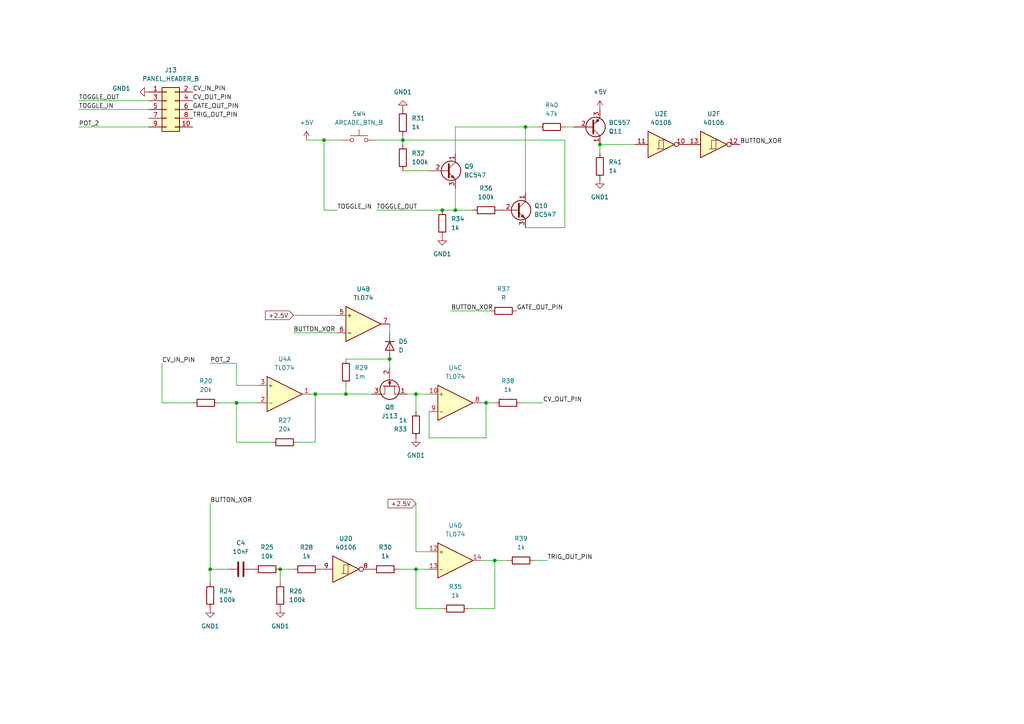
<source format=kicad_sch>
(kicad_sch (version 20231120) (generator "eeschema") (generator_version "8.0")
  (paper "A4")
  (lib_symbols
    (symbol "4xxx:40106" (pin_names (offset 1.016))
      (property "Reference" "U" (at 0 1.27 0))
      (property "Value" "40106" (at 0 -1.27 0))
      (symbol "40106_1_0"
        (polyline (pts (xy -0.635 -1.27) (xy -0.635 1.27) (xy 0.635 1.27)))
        (polyline (pts (xy -3.81 3.81) (xy -3.81 -3.81) (xy 3.81 0) (xy -3.81 3.81)) (stroke (width 0.254)) (fill (type background)))
        (polyline (pts (xy -1.27 -1.27) (xy 0.635 -1.27) (xy 0.635 1.27) (xy 1.27 1.27)))
        (pin input line (at -7.62 0 0) (length 3.81) (name "~") (number "1"))
        (pin output inverted (at 7.62 0 180) (length 3.81) (name "~") (number "2"))
      )
      (symbol "40106_2_0"
        (polyline (pts (xy -0.635 -1.27) (xy -0.635 1.27) (xy 0.635 1.27)))
        (polyline (pts (xy -3.81 3.81) (xy -3.81 -3.81) (xy 3.81 0) (xy -3.81 3.81)) (stroke (width 0.254)) (fill (type background)))
        (polyline (pts (xy -1.27 -1.27) (xy 0.635 -1.27) (xy 0.635 1.27) (xy 1.27 1.27)))
        (pin input line (at -7.62 0 0) (length 3.81) (name "~") (number "3"))
        (pin output inverted (at 7.62 0 180) (length 3.81) (name "~") (number "4"))
      )
      (symbol "40106_3_0"
        (polyline (pts (xy -0.635 -1.27) (xy -0.635 1.27) (xy 0.635 1.27)))
        (polyline (pts (xy -3.81 3.81) (xy -3.81 -3.81) (xy 3.81 0) (xy -3.81 3.81)) (stroke (width 0.254)) (fill (type background)))
        (polyline (pts (xy -1.27 -1.27) (xy 0.635 -1.27) (xy 0.635 1.27) (xy 1.27 1.27)))
        (pin input line (at -7.62 0 0) (length 3.81) (name "~") (number "5"))
        (pin output inverted (at 7.62 0 180) (length 3.81) (name "~") (number "6"))
      )
      (symbol "40106_4_0"
        (polyline (pts (xy -0.635 -1.27) (xy -0.635 1.27) (xy 0.635 1.27)))
        (polyline (pts (xy -3.81 3.81) (xy -3.81 -3.81) (xy 3.81 0) (xy -3.81 3.81)) (stroke (width 0.254)) (fill (type background)))
        (polyline (pts (xy -1.27 -1.27) (xy 0.635 -1.27) (xy 0.635 1.27) (xy 1.27 1.27)))
        (pin output inverted (at 7.62 0 180) (length 3.81) (name "~") (number "8"))
        (pin input line (at -7.62 0 0) (length 3.81) (name "~") (number "9"))
      )
      (symbol "40106_5_0"
        (polyline (pts (xy -0.635 -1.27) (xy -0.635 1.27) (xy 0.635 1.27)))
        (polyline (pts (xy -3.81 3.81) (xy -3.81 -3.81) (xy 3.81 0) (xy -3.81 3.81)) (stroke (width 0.254)) (fill (type background)))
        (polyline (pts (xy -1.27 -1.27) (xy 0.635 -1.27) (xy 0.635 1.27) (xy 1.27 1.27)))
        (pin output inverted (at 7.62 0 180) (length 3.81) (name "~") (number "10"))
        (pin input line (at -7.62 0 0) (length 3.81) (name "~") (number "11"))
      )
      (symbol "40106_6_0"
        (polyline (pts (xy -0.635 -1.27) (xy -0.635 1.27) (xy 0.635 1.27)))
        (polyline (pts (xy -3.81 3.81) (xy -3.81 -3.81) (xy 3.81 0) (xy -3.81 3.81)) (stroke (width 0.254)) (fill (type background)))
        (polyline (pts (xy -1.27 -1.27) (xy 0.635 -1.27) (xy 0.635 1.27) (xy 1.27 1.27)))
        (pin output inverted (at 7.62 0 180) (length 3.81) (name "~") (number "12"))
        (pin input line (at -7.62 0 0) (length 3.81) (name "~") (number "13"))
      )
      (symbol "40106_7_0"
        (pin power_in line (at 0 12.7 270) (length 5.08) (name "VDD") (number "14"))
        (pin power_in line (at 0 -12.7 90) (length 5.08) (name "VSS") (number "7"))
      )
      (symbol "40106_7_1"
        (rectangle (start -5.08 7.62) (end 5.08 -7.62) (stroke (width 0.254)) (fill (type background)))
      )
    )
    (symbol "Amplifier_Operational:TL074" (pin_names (offset 0.127))
      (property "Reference" "U" (at 0 5.08 0))
      (property "Value" "TL074" (at 0 -5.08 0))
      (symbol "TL074_1_1"
        (polyline (pts (xy -5.08 5.08) (xy 5.08 0) (xy -5.08 -5.08) (xy -5.08 5.08)) (stroke (width 0.254)) (fill (type background)))
        (pin output line (at 7.62 0 180) (length 2.54) (name "~") (number "1"))
        (pin input line (at -7.62 -2.54 0) (length 2.54) (name "-") (number "2"))
        (pin input line (at -7.62 2.54 0) (length 2.54) (name "+") (number "3"))
      )
      (symbol "TL074_2_1"
        (polyline (pts (xy -5.08 5.08) (xy 5.08 0) (xy -5.08 -5.08) (xy -5.08 5.08)) (stroke (width 0.254)) (fill (type background)))
        (pin input line (at -7.62 2.54 0) (length 2.54) (name "+") (number "5"))
        (pin input line (at -7.62 -2.54 0) (length 2.54) (name "-") (number "6"))
        (pin output line (at 7.62 0 180) (length 2.54) (name "~") (number "7"))
      )
      (symbol "TL074_3_1"
        (polyline (pts (xy -5.08 5.08) (xy 5.08 0) (xy -5.08 -5.08) (xy -5.08 5.08)) (stroke (width 0.254)) (fill (type background)))
        (pin input line (at -7.62 2.54 0) (length 2.54) (name "+") (number "10"))
        (pin output line (at 7.62 0 180) (length 2.54) (name "~") (number "8"))
        (pin input line (at -7.62 -2.54 0) (length 2.54) (name "-") (number "9"))
      )
      (symbol "TL074_4_1"
        (polyline (pts (xy -5.08 5.08) (xy 5.08 0) (xy -5.08 -5.08) (xy -5.08 5.08)) (stroke (width 0.254)) (fill (type background)))
        (pin input line (at -7.62 2.54 0) (length 2.54) (name "+") (number "12"))
        (pin input line (at -7.62 -2.54 0) (length 2.54) (name "-") (number "13"))
        (pin output line (at 7.62 0 180) (length 2.54) (name "~") (number "14"))
      )
      (symbol "TL074_5_1"
        (pin power_in line (at -2.54 -7.62 90) (length 3.81) (name "V-") (number "11"))
        (pin power_in line (at -2.54 7.62 270) (length 3.81) (name "V+") (number "4"))
      )
    )
    (symbol "Connector_Generic:Conn_02x05_Odd_Even" (pin_names (offset 1.016) hide)
      (property "Reference" "J" (at 1.27 7.62 0))
      (property "Value" "Conn_02x05_Odd_Even" (at 1.27 -7.62 0))
      (symbol "Conn_02x05_Odd_Even_1_1"
        (rectangle (start -1.27 -4.953) (end 0 -5.207) (stroke (width 0.1524)))
        (rectangle (start -1.27 -2.413) (end 0 -2.667) (stroke (width 0.1524)))
        (rectangle (start -1.27 0.127) (end 0 -0.127) (stroke (width 0.1524)))
        (rectangle (start -1.27 2.667) (end 0 2.413) (stroke (width 0.1524)))
        (rectangle (start -1.27 5.207) (end 0 4.953) (stroke (width 0.1524)))
        (rectangle (start -1.27 6.35) (end 3.81 -6.35) (stroke (width 0.254)) (fill (type background)))
        (rectangle (start 3.81 -4.953) (end 2.54 -5.207) (stroke (width 0.1524)))
        (rectangle (start 3.81 -2.413) (end 2.54 -2.667) (stroke (width 0.1524)))
        (rectangle (start 3.81 0.127) (end 2.54 -0.127) (stroke (width 0.1524)))
        (rectangle (start 3.81 2.667) (end 2.54 2.413) (stroke (width 0.1524)))
        (rectangle (start 3.81 5.207) (end 2.54 4.953) (stroke (width 0.1524)))
        (pin passive line (at -5.08 5.08 0) (length 3.81) (name "Pin_1") (number "1"))
        (pin passive line (at 7.62 -5.08 180) (length 3.81) (name "Pin_10") (number "10"))
        (pin passive line (at 7.62 5.08 180) (length 3.81) (name "Pin_2") (number "2"))
        (pin passive line (at -5.08 2.54 0) (length 3.81) (name "Pin_3") (number "3"))
        (pin passive line (at 7.62 2.54 180) (length 3.81) (name "Pin_4") (number "4"))
        (pin passive line (at -5.08 0 0) (length 3.81) (name "Pin_5") (number "5"))
        (pin passive line (at 7.62 0 180) (length 3.81) (name "Pin_6") (number "6"))
        (pin passive line (at -5.08 -2.54 0) (length 3.81) (name "Pin_7") (number "7"))
        (pin passive line (at 7.62 -2.54 180) (length 3.81) (name "Pin_8") (number "8"))
        (pin passive line (at -5.08 -5.08 0) (length 3.81) (name "Pin_9") (number "9"))
      )
    )
    (symbol "Device:C" (pin_numbers hide) (pin_names (offset 0.254))
      (property "Reference" "C" (at 0.635 2.54 0))
      (property "Value" "C" (at 0.635 -2.54 0))
      (symbol "C_0_1"
        (polyline (pts (xy -2.032 -0.762) (xy 2.032 -0.762)) (stroke (width 0.508)))
        (polyline (pts (xy -2.032 0.762) (xy 2.032 0.762)) (stroke (width 0.508)))
      )
      (symbol "C_1_1"
        (pin passive line (at 0 3.81 270) (length 2.794) (name "~") (number "1"))
        (pin passive line (at 0 -3.81 90) (length 2.794) (name "~") (number "2"))
      )
    )
    (symbol "Device:D" (pin_numbers hide) (pin_names (offset 1.016) hide)
      (property "Reference" "D" (at 0 2.54 0))
      (property "Value" "D" (at 0 -2.54 0))
      (symbol "D_0_1"
        (polyline (pts (xy -1.27 1.27) (xy -1.27 -1.27)) (stroke (width 0.254)))
        (polyline (pts (xy 1.27 0) (xy -1.27 0)))
        (polyline (pts (xy 1.27 1.27) (xy 1.27 -1.27) (xy -1.27 0) (xy 1.27 1.27)) (stroke (width 0.254)))
      )
      (symbol "D_1_1"
        (pin passive line (at -3.81 0 0) (length 2.54) (name "K") (number "1"))
        (pin passive line (at 3.81 0 180) (length 2.54) (name "A") (number "2"))
      )
    )
    (symbol "Device:R" (pin_numbers hide) (pin_names (offset 0))
      (property "Reference" "R" (at 2.032 0 90))
      (property "Value" "R" (at 0 0 90))
      (symbol "R_0_1"
        (rectangle (start -1.016 -2.54) (end 1.016 2.54) (stroke (width 0.254)))
      )
      (symbol "R_1_1"
        (pin passive line (at 0 3.81 270) (length 1.27) (name "~") (number "1"))
        (pin passive line (at 0 -3.81 90) (length 1.27) (name "~") (number "2"))
      )
    )
    (symbol "Switch:SW_Push" (pin_numbers hide) (pin_names (offset 1.016) hide)
      (property "Reference" "SW" (at 1.27 2.54 0))
      (property "Value" "SW_Push" (at 0 -1.524 0))
      (symbol "SW_Push_0_1"
        (circle (center -2.032 0) (radius 0.508))
        (polyline (pts (xy 0 1.27) (xy 0 3.048)))
        (polyline (pts (xy 2.54 1.27) (xy -2.54 1.27)))
        (circle (center 2.032 0) (radius 0.508))
        (pin passive line (at -5.08 0 0) (length 2.54) (name "1") (number "1"))
        (pin passive line (at 5.08 0 180) (length 2.54) (name "2") (number "2"))
      )
    )
    (symbol "Transistor_BJT:BC547" (pin_names (offset 0) hide)
      (property "Reference" "Q" (at 5.08 1.905 0))
      (property "Value" "BC547" (at 5.08 0 0))
      (symbol "BC547_0_1"
        (polyline (pts (xy 0 0) (xy 0.635 0)))
        (polyline (pts (xy 0.635 0.635) (xy 2.54 2.54)))
        (polyline (pts (xy 0.635 -0.635) (xy 2.54 -2.54) (xy 2.54 -2.54)))
        (polyline (pts (xy 0.635 1.905) (xy 0.635 -1.905) (xy 0.635 -1.905)) (stroke (width 0.508)))
        (polyline (pts (xy 1.27 -1.778) (xy 1.778 -1.27) (xy 2.286 -2.286) (xy 1.27 -1.778) (xy 1.27 -1.778)) (fill (type outline)))
        (circle (center 1.27 0) (radius 2.8194) (stroke (width 0.254)))
      )
      (symbol "BC547_1_1"
        (pin passive line (at 2.54 5.08 270) (length 2.54) (name "C") (number "1"))
        (pin input line (at -5.08 0 0) (length 5.08) (name "B") (number "2"))
        (pin passive line (at 2.54 -5.08 90) (length 2.54) (name "E") (number "3"))
      )
    )
    (symbol "Transistor_BJT:BC557" (pin_names (offset 0) hide)
      (property "Reference" "Q" (at 5.08 1.905 0))
      (property "Value" "BC557" (at 5.08 0 0))
      (symbol "BC557_0_1"
        (polyline (pts (xy 0.635 0.635) (xy 2.54 2.54)))
        (polyline (pts (xy 0.635 -0.635) (xy 2.54 -2.54) (xy 2.54 -2.54)))
        (polyline (pts (xy 0.635 1.905) (xy 0.635 -1.905) (xy 0.635 -1.905)) (stroke (width 0.508)))
        (polyline (pts (xy 2.286 -1.778) (xy 1.778 -2.286) (xy 1.27 -1.27) (xy 2.286 -1.778) (xy 2.286 -1.778)) (fill (type outline)))
        (circle (center 1.27 0) (radius 2.8194) (stroke (width 0.254)))
      )
      (symbol "BC557_1_1"
        (pin passive line (at 2.54 5.08 270) (length 2.54) (name "C") (number "1"))
        (pin input line (at -5.08 0 0) (length 5.715) (name "B") (number "2"))
        (pin passive line (at 2.54 -5.08 90) (length 2.54) (name "E") (number "3"))
      )
    )
    (symbol "Transistor_FET:2N3819" (pin_names hide)
      (property "Reference" "Q" (at 5.08 1.905 0))
      (property "Value" "2N3819" (at 5.08 0 0))
      (symbol "2N3819_0_1"
        (polyline (pts (xy 0.254 0) (xy -2.54 0)))
        (polyline (pts (xy 0.254 1.905) (xy 0.254 -1.905)) (stroke (width 0.254)))
        (polyline (pts (xy 2.54 -2.54) (xy 2.54 -1.397) (xy 0.254 -1.397)))
        (polyline (pts (xy 2.54 2.54) (xy 2.54 1.397) (xy 0.254 1.397)))
        (polyline (pts (xy 0 0) (xy -1.016 0.381) (xy -1.016 -0.381) (xy 0 0)) (fill (type outline)))
        (circle (center 1.27 0) (radius 2.8194) (stroke (width 0.254)))
      )
      (symbol "2N3819_1_1"
        (pin passive line (at 2.54 5.08 270) (length 2.54) (name "D") (number "1"))
        (pin input line (at -5.08 0 0) (length 2.54) (name "G") (number "2"))
        (pin passive line (at 2.54 -5.08 90) (length 2.54) (name "S") (number "3"))
      )
    )
    (symbol "power:+5V" (power) (pin_numbers hide) (pin_names (offset 0) hide)
      (property "Value" "+5V" (at 0 3.556 0))
      (symbol "+5V_0_1"
        (polyline (pts (xy -0.762 1.27) (xy 0 2.54)))
        (polyline (pts (xy 0 0) (xy 0 2.54)))
        (polyline (pts (xy 0 2.54) (xy 0.762 1.27)))
      )
      (symbol "+5V_1_1"
        (pin power_in line (at 0 0 90) (length 0) (name "~") (number "1"))
      )
    )
    (symbol "power:GND1" (power) (pin_numbers hide) (pin_names (offset 0) hide)
      (property "Value" "GND1" (at 0 -3.81 0))
      (symbol "GND1_0_1"
        (polyline (pts (xy 0 0) (xy 0 -1.27) (xy 1.27 -1.27) (xy 0 -2.54) (xy -1.27 -1.27) (xy 0 -1.27)))
      )
      (symbol "GND1_1_1"
        (pin power_in line (at 0 0 270) (length 0) (name "~") (number "1"))
      )
    )
  )
  (junction (at 120.65 114.3))
  (junction (at 60.96 165.1))
  (junction (at 91.44 114.3))
  (junction (at 68.58 116.84))
  (junction (at 120.65 165.1))
  (junction (at 173.99 41.91))
  (junction (at 100.33 114.3))
  (junction (at 116.84 40.64))
  (junction (at 81.28 165.1))
  (junction (at 152.4 36.83))
  (junction (at 113.03 104.14))
  (junction (at 140.97 116.84))
  (junction (at 128.27 60.96))
  (junction (at 132.08 60.96))
  (junction (at 93.98 40.64))
  (junction (at 143.51 162.56))
  (wire (pts (xy 135.89 176.53) (xy 143.51 176.53)))
  (wire (pts (xy 100.33 104.14) (xy 113.03 104.14)))
  (wire (pts (xy 140.97 127) (xy 140.97 116.84)))
  (wire (pts (xy 143.51 162.56) (xy 147.32 162.56)))
  (wire (pts (xy 163.83 66.04) (xy 163.83 40.64)))
  (wire (pts (xy 60.96 105.41) (xy 68.58 105.41)))
  (wire (pts (xy 120.65 119.38) (xy 120.65 114.3)))
  (wire (pts (xy 152.4 36.83) (xy 132.08 36.83)))
  (wire (pts (xy 130.81 90.17) (xy 142.24 90.17)))
  (wire (pts (xy 91.44 128.27) (xy 91.44 114.3)))
  (wire (pts (xy 128.27 60.96) (xy 132.08 60.96)))
  (wire (pts (xy 143.51 176.53) (xy 143.51 162.56)))
  (wire (pts (xy 60.96 165.1) (xy 66.04 165.1)))
  (wire (pts (xy 46.99 116.84) (xy 55.88 116.84)))
  (wire (pts (xy 81.28 165.1) (xy 85.09 165.1)))
  (wire (pts (xy 132.08 36.83) (xy 132.08 44.45)))
  (wire (pts (xy 151.13 116.84) (xy 157.48 116.84)))
  (wire (pts (xy 156.21 36.83) (xy 152.4 36.83)))
  (wire (pts (xy 152.4 66.04) (xy 163.83 66.04)))
  (wire (pts (xy 46.99 105.41) (xy 46.99 116.84)))
  (wire (pts (xy 22.86 31.75) (xy 43.18 31.75)))
  (wire (pts (xy 100.33 114.3) (xy 107.95 114.3)))
  (wire (pts (xy 120.65 160.02) (xy 124.46 160.02)))
  (wire (pts (xy 124.46 119.38) (xy 124.46 127)))
  (wire (pts (xy 118.11 114.3) (xy 120.65 114.3)))
  (wire (pts (xy 173.99 44.45) (xy 173.99 41.91)))
  (wire (pts (xy 68.58 116.84) (xy 74.93 116.84)))
  (wire (pts (xy 116.84 40.64) (xy 116.84 41.91)))
  (wire (pts (xy 90.17 114.3) (xy 91.44 114.3)))
  (wire (pts (xy 132.08 60.96) (xy 137.16 60.96)))
  (wire (pts (xy 68.58 111.76) (xy 74.93 111.76)))
  (wire (pts (xy 113.03 93.98) (xy 113.03 96.52)))
  (wire (pts (xy 85.09 91.44) (xy 97.79 91.44)))
  (wire (pts (xy 132.08 54.61) (xy 132.08 60.96)))
  (wire (pts (xy 88.9 40.64) (xy 93.98 40.64)))
  (wire (pts (xy 184.15 41.91) (xy 173.99 41.91)))
  (wire (pts (xy 109.22 40.64) (xy 116.84 40.64)))
  (wire (pts (xy 152.4 55.88) (xy 152.4 36.83)))
  (wire (pts (xy 68.58 105.41) (xy 68.58 111.76)))
  (wire (pts (xy 120.65 165.1) (xy 124.46 165.1)))
  (wire (pts (xy 116.84 39.37) (xy 116.84 40.64)))
  (wire (pts (xy 116.84 40.64) (xy 163.83 40.64)))
  (wire (pts (xy 22.86 36.83) (xy 43.18 36.83)))
  (wire (pts (xy 93.98 40.64) (xy 93.98 60.96)))
  (wire (pts (xy 139.7 162.56) (xy 143.51 162.56)))
  (wire (pts (xy 78.74 128.27) (xy 68.58 128.27)))
  (wire (pts (xy 163.83 36.83) (xy 166.37 36.83)))
  (wire (pts (xy 120.65 146.05) (xy 120.65 160.02)))
  (wire (pts (xy 93.98 40.64) (xy 99.06 40.64)))
  (wire (pts (xy 113.03 104.14) (xy 113.03 106.68)))
  (wire (pts (xy 60.96 168.91) (xy 60.96 165.1)))
  (wire (pts (xy 91.44 114.3) (xy 100.33 114.3)))
  (wire (pts (xy 22.86 29.21) (xy 43.18 29.21)))
  (wire (pts (xy 115.57 165.1) (xy 120.65 165.1)))
  (wire (pts (xy 60.96 146.05) (xy 60.96 165.1)))
  (wire (pts (xy 109.22 60.96) (xy 128.27 60.96)))
  (wire (pts (xy 85.09 96.52) (xy 97.79 96.52)))
  (wire (pts (xy 100.33 111.76) (xy 100.33 114.3)))
  (wire (pts (xy 86.36 128.27) (xy 91.44 128.27)))
  (wire (pts (xy 120.65 114.3) (xy 124.46 114.3)))
  (wire (pts (xy 63.5 116.84) (xy 68.58 116.84)))
  (wire (pts (xy 81.28 165.1) (xy 81.28 168.91)))
  (wire (pts (xy 120.65 165.1) (xy 120.65 176.53)))
  (wire (pts (xy 154.94 162.56) (xy 158.75 162.56)))
  (wire (pts (xy 116.84 49.53) (xy 124.46 49.53)))
  (wire (pts (xy 97.79 60.96) (xy 93.98 60.96)))
  (wire (pts (xy 124.46 127) (xy 140.97 127)))
  (wire (pts (xy 68.58 128.27) (xy 68.58 116.84)))
  (wire (pts (xy 128.27 176.53) (xy 120.65 176.53)))
  (wire (pts (xy 143.51 116.84) (xy 140.97 116.84)))
  (wire (pts (xy 140.97 116.84) (xy 139.7 116.84)))
  (label "BUTTON_XOR" (at 60.96 146.05 0))
  (label "POT_2" (at 60.96 105.41 0))
  (label "GATE_OUT_PIN" (at 149.86 90.17 0))
  (label "GATE_OUT_PIN" (at 55.88 31.75 0))
  (label "TOGGLE_IN" (at 22.86 31.75 0))
  (label "CV_OUT_PIN" (at 55.88 29.21 0))
  (label "TRIG_OUT_PIN" (at 55.88 34.29 0))
  (label "TOGGLE_IN" (at 97.79 60.96 0))
  (label "TRIG_OUT_PIN" (at 158.75 162.56 0))
  (label "BUTTON_XOR" (at 214.63 41.91 0))
  (label "BUTTON_XOR" (at 130.81 90.17 0))
  (label "CV_IN_PIN" (at 46.99 105.41 0))
  (label "BUTTON_XOR" (at 85.09 96.52 0))
  (label "POT_2" (at 22.86 36.83 0))
  (label "TOGGLE_OUT" (at 109.22 60.96 0))
  (label "TOGGLE_OUT" (at 22.86 29.21 0))
  (label "CV_IN_PIN" (at 55.88 26.67 0))
  (label "CV_OUT_PIN" (at 157.48 116.84 0))
  (global_label "+2.5V" (shape input) (at 85.09 91.44 180) (property "Intersheetrefs" "${INTERSHEET_REFS}" (effects (hide yes))))
  (global_label "+2.5V" (shape input) (at 120.65 146.05 180) (property "Intersheetrefs" "${INTERSHEET_REFS}" (effects (hide yes))))
  (symbol (lib_id "4xxx:40106") (at 191.77 41.91 0) (unit 5)
    (property "Reference" "U2" (at 191.77 33.02 0))
    (property "Value" "40106" (at 191.77 35.56 0))
    (property "Footprint" "Package_DIP:DIP-14_W7.62mm_Socket" (effects (hide yes)))
    (property "Datasheet" "https://assets.nexperia.com/documents/data-sheet/HEF40106B.pdf" (effects (hide yes)))
    (property "Description" "Hex Schmitt trigger inverter" (effects (hide yes)))
  )
  (symbol (lib_id "Device:R") (at 116.84 45.72 0) (unit 1)
    (property "Reference" "R32" (at 119.38 44.4499 0) (effects (justify left)))
    (property "Value" "100k" (at 119.38 46.9899 0) (effects (justify left)))
    (property "Footprint" "PCM_4ms_Resistor:R_Axial_DIN0207_L6.3mm_D2.5mm_P7.62mm_Horizontal" (effects (hide yes)))
    (property "Description" "Resistor" (effects (hide yes)))
  )
  (symbol (lib_id "Device:D") (at 113.03 100.33 270) (unit 1)
    (property "Reference" "D5" (at 115.57 99.0599 90) (effects (justify left)))
    (property "Value" "D" (at 115.57 101.5999 90) (effects (justify left)))
    (property "Footprint" "PCM_4ms_Diode:D_DO-35_P7.62mm_Horizontal" (effects (hide yes)))
    (property "Description" "Diode" (effects (hide yes)))
    (property "Sim.Device" "D" (effects (hide yes)))
    (property "Sim.Pins" "1=K 2=A" (effects (hide yes)))
  )
  (symbol (lib_id "Device:R") (at 82.55 128.27 90) (unit 1)
    (property "Reference" "R27" (at 82.55 121.92 90))
    (property "Value" "20k" (at 82.55 124.46 90))
    (property "Footprint" "PCM_4ms_Resistor:R_Axial_DIN0207_L6.3mm_D2.5mm_P7.62mm_Horizontal" (effects (hide yes)))
    (property "Description" "Resistor" (effects (hide yes)))
  )
  (symbol (lib_id "Transistor_FET:2N3819") (at 113.03 111.76 270) (unit 1)
    (property "Reference" "Q8" (at 113.03 118.11 90))
    (property "Value" "J113" (at 113.03 120.65 90))
    (property "Footprint" "Package_TO_SOT_THT:TO-92" (effects (hide yes)))
    (property "Datasheet" "https://my.centralsemi.com/datasheets/2N3819.PDF" (effects (hide yes)))
    (property "Description" "20mA Id, 25V Vgs, N-Channel JFET Transistor, TO-92" (effects (hide yes)))
  )
  (symbol (lib_id "Amplifier_Operational:TL074") (at 105.41 93.98 0) (unit 2)
    (property "Reference" "U4" (at 105.41 83.82 0))
    (property "Value" "TL074" (at 105.41 86.36 0))
    (property "Footprint" "Package_DIP:DIP-14_W7.62mm_Socket" (effects (hide yes)))
    (property "Datasheet" "http://www.ti.com/lit/ds/symlink/tl071.pdf" (effects (hide yes)))
    (property "Description" "Quad Low-Noise JFET-Input Operational Amplifiers, DIP-14/SOIC-14" (effects (hide yes)))
  )
  (symbol (lib_id "Device:R") (at 111.76 165.1 90) (unit 1)
    (property "Reference" "R30" (at 111.76 158.75 90))
    (property "Value" "1k" (at 111.76 161.29 90))
    (property "Footprint" "PCM_4ms_Resistor:R_Axial_DIN0207_L6.3mm_D2.5mm_P7.62mm_Horizontal" (effects (hide yes)))
    (property "Description" "Resistor" (effects (hide yes)))
  )
  (symbol (lib_id "Device:R") (at 146.05 90.17 90) (unit 1)
    (property "Reference" "R37" (at 146.05 83.82 90))
    (property "Value" "R" (at 146.05 86.36 90))
    (property "Footprint" "PCM_4ms_Resistor:R_Axial_DIN0207_L6.3mm_D2.5mm_P7.62mm_Horizontal" (effects (hide yes)))
    (property "Description" "Resistor" (effects (hide yes)))
  )
  (symbol (lib_id "power:GND1") (at 116.84 31.75 180) (unit 1)
    (property "Reference" "#PWR043" (effects (hide yes)))
    (property "Value" "GND1" (at 116.84 26.67 0))
    (property "Description" "Power symbol creates a global label with name \"GND1\" , ground" (effects (hide yes)))
  )
  (symbol (lib_id "Device:R") (at 81.28 172.72 180) (unit 1)
    (property "Reference" "R26" (at 83.82 171.4499 0) (effects (justify right)))
    (property "Value" "100k" (at 83.82 173.9899 0) (effects (justify right)))
    (property "Footprint" "PCM_4ms_Resistor:R_Axial_DIN0207_L6.3mm_D2.5mm_P7.62mm_Horizontal" (effects (hide yes)))
    (property "Description" "Resistor" (effects (hide yes)))
  )
  (symbol (lib_id "Transistor_BJT:BC547") (at 129.54 49.53 0) (unit 1)
    (property "Reference" "Q9" (at 134.62 48.2599 0) (effects (justify left)))
    (property "Value" "BC547" (at 134.62 50.7999 0) (effects (justify left)))
    (property "Footprint" "Package_TO_SOT_THT:TO-92_Inline" (effects (hide yes)))
    (property "Datasheet" "https://www.onsemi.com/pub/Collateral/BC550-D.pdf" (effects (hide yes)))
    (property "Description" "0.1A Ic, 45V Vce, Small Signal NPN Transistor, TO-92" (effects (hide yes)))
  )
  (symbol (lib_id "Amplifier_Operational:TL074") (at 82.55 114.3 0) (unit 1)
    (property "Reference" "U4" (at 82.55 104.14 0))
    (property "Value" "TL074" (at 82.55 106.68 0))
    (property "Footprint" "Package_DIP:DIP-14_W7.62mm_Socket" (effects (hide yes)))
    (property "Datasheet" "http://www.ti.com/lit/ds/symlink/tl071.pdf" (effects (hide yes)))
    (property "Description" "Quad Low-Noise JFET-Input Operational Amplifiers, DIP-14/SOIC-14" (effects (hide yes)))
  )
  (symbol (lib_id "Transistor_BJT:BC557") (at 171.45 36.83 0) (mirror x) (unit 1)
    (property "Reference" "Q11" (at 176.53 38.1001 0) (effects (justify left)))
    (property "Value" "BC557" (at 176.53 35.5601 0) (effects (justify left)))
    (property "Footprint" "Package_TO_SOT_THT:TO-92_Inline" (effects (hide yes)))
    (property "Datasheet" "https://www.onsemi.com/pub/Collateral/BC556BTA-D.pdf" (effects (hide yes)))
    (property "Description" "0.1A Ic, 45V Vce, PNP Small Signal Transistor, TO-92" (effects (hide yes)))
  )
  (symbol (lib_id "Device:R") (at 77.47 165.1 90) (unit 1)
    (property "Reference" "R25" (at 77.47 158.75 90))
    (property "Value" "10k" (at 77.47 161.29 90))
    (property "Footprint" "PCM_4ms_Resistor:R_Axial_DIN0207_L6.3mm_D2.5mm_P7.62mm_Horizontal" (effects (hide yes)))
    (property "Description" "Resistor" (effects (hide yes)))
  )
  (symbol (lib_id "power:GND1") (at 120.65 127 0) (unit 1)
    (property "Reference" "#PWR044" (effects (hide yes)))
    (property "Value" "GND1" (at 120.65 132.08 0))
    (property "Description" "Power symbol creates a global label with name \"GND1\" , ground" (effects (hide yes)))
  )
  (symbol (lib_id "Device:R") (at 151.13 162.56 90) (unit 1)
    (property "Reference" "R39" (at 151.13 156.21 90))
    (property "Value" "1k" (at 151.13 158.75 90))
    (property "Footprint" "PCM_4ms_Resistor:R_Axial_DIN0207_L6.3mm_D2.5mm_P7.62mm_Horizontal" (effects (hide yes)))
    (property "Description" "Resistor" (effects (hide yes)))
  )
  (symbol (lib_id "power:+5V") (at 173.99 31.75 0) (unit 1)
    (property "Reference" "#PWR046" (effects (hide yes)))
    (property "Value" "+5V" (at 173.99 26.67 0))
    (property "Description" "Power symbol creates a global label with name \"+5V\"" (effects (hide yes)))
  )
  (symbol (lib_id "Device:R") (at 100.33 107.95 180) (unit 1)
    (property "Reference" "R29" (at 102.87 106.6799 0) (effects (justify right)))
    (property "Value" "1m" (at 102.87 109.2199 0) (effects (justify right)))
    (property "Footprint" "PCM_4ms_Resistor:R_Axial_DIN0207_L6.3mm_D2.5mm_P7.62mm_Horizontal" (effects (hide yes)))
    (property "Description" "Resistor" (effects (hide yes)))
  )
  (symbol (lib_id "Switch:SW_Push") (at 104.14 40.64 0) (unit 1)
    (property "Reference" "SW4" (at 104.14 33.02 0))
    (property "Value" "ARCADE_BTN_B" (at 104.14 35.56 0))
    (property "Footprint" "Connector_PinHeader_2.54mm:PinHeader_1x02_P2.54mm_Horizontal" (effects (hide yes)))
    (property "Description" "Push button switch, generic, two pins" (effects (hide yes)))
  )
  (symbol (lib_id "Connector_Generic:Conn_02x05_Odd_Even") (at 48.26 31.75 0) (unit 1)
    (property "Reference" "J13" (at 49.53 20.32 0))
    (property "Value" "PANEL_HEADER_B" (at 49.53 22.86 0))
    (property "Footprint" "Connector_PinHeader_2.54mm:PinHeader_2x05_P2.54mm_Vertical" (effects (hide yes)))
    (property "Description" "Generic connector, double row, 02x05, odd/even pin numbering scheme (row 1 odd numbers, row 2 even numbers), script generated (kicad-library-utils/schlib/autogen/connector/)" (effects (hide yes)))
  )
  (symbol (lib_id "4xxx:40106") (at 100.33 165.1 0) (unit 4)
    (property "Reference" "U2" (at 100.33 156.21 0))
    (property "Value" "40106" (at 100.33 158.75 0))
    (property "Footprint" "Package_DIP:DIP-14_W7.62mm_Socket" (effects (hide yes)))
    (property "Datasheet" "https://assets.nexperia.com/documents/data-sheet/HEF40106B.pdf" (effects (hide yes)))
    (property "Description" "Hex Schmitt trigger inverter" (effects (hide yes)))
  )
  (symbol (lib_id "power:+5V") (at 88.9 40.64 0) (unit 1)
    (property "Reference" "#PWR042" (effects (hide yes)))
    (property "Value" "+5V" (at 88.9 35.56 0))
    (property "Description" "Power symbol creates a global label with name \"+5V\"" (effects (hide yes)))
  )
  (symbol (lib_id "Amplifier_Operational:TL074") (at 132.08 162.56 0) (unit 4)
    (property "Reference" "U4" (at 132.08 152.4 0))
    (property "Value" "TL074" (at 132.08 154.94 0))
    (property "Footprint" "Package_DIP:DIP-14_W7.62mm_Socket" (effects (hide yes)))
    (property "Datasheet" "http://www.ti.com/lit/ds/symlink/tl071.pdf" (effects (hide yes)))
    (property "Description" "Quad Low-Noise JFET-Input Operational Amplifiers, DIP-14/SOIC-14" (effects (hide yes)))
  )
  (symbol (lib_id "Device:R") (at 160.02 36.83 90) (unit 1)
    (property "Reference" "R40" (at 160.02 30.48 90))
    (property "Value" "47k" (at 160.02 33.02 90))
    (property "Footprint" "PCM_4ms_Resistor:R_Axial_DIN0207_L6.3mm_D2.5mm_P7.62mm_Horizontal" (effects (hide yes)))
    (property "Description" "Resistor" (effects (hide yes)))
  )
  (symbol (lib_id "power:GND1") (at 81.28 176.53 0) (unit 1)
    (property "Reference" "#PWR041" (effects (hide yes)))
    (property "Value" "GND1" (at 81.28 181.61 0))
    (property "Description" "Power symbol creates a global label with name \"GND1\" , ground" (effects (hide yes)))
  )
  (symbol (lib_id "Transistor_BJT:BC547") (at 149.86 60.96 0) (unit 1)
    (property "Reference" "Q10" (at 154.94 59.6899 0) (effects (justify left)))
    (property "Value" "BC547" (at 154.94 62.2299 0) (effects (justify left)))
    (property "Footprint" "Package_TO_SOT_THT:TO-92_Inline" (effects (hide yes)))
    (property "Datasheet" "https://www.onsemi.com/pub/Collateral/BC550-D.pdf" (effects (hide yes)))
    (property "Description" "0.1A Ic, 45V Vce, Small Signal NPN Transistor, TO-92" (effects (hide yes)))
  )
  (symbol (lib_id "Amplifier_Operational:TL074") (at 132.08 116.84 0) (unit 3)
    (property "Reference" "U4" (at 132.08 106.68 0))
    (property "Value" "TL074" (at 132.08 109.22 0))
    (property "Footprint" "Package_DIP:DIP-14_W7.62mm_Socket" (effects (hide yes)))
    (property "Datasheet" "http://www.ti.com/lit/ds/symlink/tl071.pdf" (effects (hide yes)))
    (property "Description" "Quad Low-Noise JFET-Input Operational Amplifiers, DIP-14/SOIC-14" (effects (hide yes)))
  )
  (symbol (lib_id "power:GND1") (at 60.96 176.53 0) (unit 1)
    (property "Reference" "#PWR040" (effects (hide yes)))
    (property "Value" "GND1" (at 60.96 181.61 0))
    (property "Description" "Power symbol creates a global label with name \"GND1\" , ground" (effects (hide yes)))
  )
  (symbol (lib_id "power:GND1") (at 43.18 26.67 270) (unit 1)
    (property "Reference" "#PWR019" (effects (hide yes)))
    (property "Value" "GND1" (at 37.846 25.654 90) (effects (justify right)))
    (property "Description" "Power symbol creates a global label with name \"GND1\" , ground" (effects (hide yes)))
  )
  (symbol (lib_id "Device:R") (at 140.97 60.96 90) (unit 1)
    (property "Reference" "R36" (at 140.97 54.61 90))
    (property "Value" "100k" (at 140.97 57.15 90))
    (property "Footprint" "PCM_4ms_Resistor:R_Axial_DIN0207_L6.3mm_D2.5mm_P7.62mm_Horizontal" (effects (hide yes)))
    (property "Description" "Resistor" (effects (hide yes)))
  )
  (symbol (lib_id "Device:R") (at 132.08 176.53 90) (unit 1)
    (property "Reference" "R35" (at 132.08 170.18 90))
    (property "Value" "1k" (at 132.08 172.72 90))
    (property "Footprint" "PCM_4ms_Resistor:R_Axial_DIN0207_L6.3mm_D2.5mm_P7.62mm_Horizontal" (effects (hide yes)))
    (property "Description" "Resistor" (effects (hide yes)))
  )
  (symbol (lib_id "Device:R") (at 128.27 64.77 0) (unit 1)
    (property "Reference" "R34" (at 130.81 63.4999 0) (effects (justify left)))
    (property "Value" "1k" (at 130.81 66.0399 0) (effects (justify left)))
    (property "Footprint" "PCM_4ms_Resistor:R_Axial_DIN0207_L6.3mm_D2.5mm_P7.62mm_Horizontal" (effects (hide yes)))
    (property "Description" "Resistor" (effects (hide yes)))
  )
  (symbol (lib_id "Device:R") (at 116.84 35.56 0) (unit 1)
    (property "Reference" "R31" (at 119.38 34.2899 0) (effects (justify left)))
    (property "Value" "1k" (at 119.38 36.8299 0) (effects (justify left)))
    (property "Footprint" "PCM_4ms_Resistor:R_Axial_DIN0207_L6.3mm_D2.5mm_P7.62mm_Horizontal" (effects (hide yes)))
    (property "Description" "Resistor" (effects (hide yes)))
  )
  (symbol (lib_id "4xxx:40106") (at 207.01 41.91 0) (unit 6)
    (property "Reference" "U2" (at 207.01 33.02 0))
    (property "Value" "40106" (at 207.01 35.56 0))
    (property "Footprint" "Package_DIP:DIP-14_W7.62mm_Socket" (effects (hide yes)))
    (property "Datasheet" "https://assets.nexperia.com/documents/data-sheet/HEF40106B.pdf" (effects (hide yes)))
    (property "Description" "Hex Schmitt trigger inverter" (effects (hide yes)))
  )
  (symbol (lib_id "Device:R") (at 60.96 172.72 0) (unit 1)
    (property "Reference" "R24" (at 63.5 171.4499 0) (effects (justify left)))
    (property "Value" "100k" (at 63.5 173.9899 0) (effects (justify left)))
    (property "Footprint" "PCM_4ms_Resistor:R_Axial_DIN0207_L6.3mm_D2.5mm_P7.62mm_Horizontal" (effects (hide yes)))
    (property "Description" "Resistor" (effects (hide yes)))
  )
  (symbol (lib_id "Device:R") (at 88.9 165.1 270) (unit 1)
    (property "Reference" "R28" (at 88.9 158.75 90))
    (property "Value" "1k" (at 88.9 161.29 90))
    (property "Footprint" "PCM_4ms_Resistor:R_Axial_DIN0207_L6.3mm_D2.5mm_P7.62mm_Horizontal" (effects (hide yes)))
    (property "Description" "Resistor" (effects (hide yes)))
  )
  (symbol (lib_id "power:GND1") (at 173.99 52.07 0) (unit 1)
    (property "Reference" "#PWR047" (effects (hide yes)))
    (property "Value" "GND1" (at 173.99 57.15 0))
    (property "Description" "Power symbol creates a global label with name \"GND1\" , ground" (effects (hide yes)))
  )
  (symbol (lib_id "power:GND1") (at 128.27 68.58 0) (unit 1)
    (property "Reference" "#PWR045" (effects (hide yes)))
    (property "Value" "GND1" (at 128.27 73.66 0))
    (property "Description" "Power symbol creates a global label with name \"GND1\" , ground" (effects (hide yes)))
  )
  (symbol (lib_id "Device:R") (at 173.99 48.26 0) (unit 1)
    (property "Reference" "R41" (at 176.53 46.9899 0) (effects (justify left)))
    (property "Value" "1k" (at 176.53 49.5299 0) (effects (justify left)))
    (property "Footprint" "PCM_4ms_Resistor:R_Axial_DIN0207_L6.3mm_D2.5mm_P7.62mm_Horizontal" (effects (hide yes)))
    (property "Description" "Resistor" (effects (hide yes)))
  )
  (symbol (lib_id "Device:C") (at 69.85 165.1 270) (unit 1)
    (property "Reference" "C4" (at 69.85 157.48 90))
    (property "Value" "10nF" (at 69.85 160.02 90))
    (property "Footprint" "PCM_4ms_Capacitor:C_Disc_P5.08mm" (effects (hide yes)))
    (property "Description" "Unpolarized capacitor" (effects (hide yes)))
  )
  (symbol (lib_id "Device:R") (at 59.69 116.84 90) (unit 1)
    (property "Reference" "R20" (at 59.69 110.49 90))
    (property "Value" "20k" (at 59.69 113.03 90))
    (property "Footprint" "PCM_4ms_Resistor:R_Axial_DIN0207_L6.3mm_D2.5mm_P7.62mm_Horizontal" (effects (hide yes)))
    (property "Description" "Resistor" (effects (hide yes)))
  )
  (symbol (lib_id "Device:R") (at 147.32 116.84 270) (unit 1)
    (property "Reference" "R38" (at 147.32 110.49 90))
    (property "Value" "1k" (at 147.32 113.03 90))
    (property "Footprint" "PCM_4ms_Resistor:R_Axial_DIN0207_L6.3mm_D2.5mm_P7.62mm_Horizontal" (effects (hide yes)))
    (property "Description" "Resistor" (effects (hide yes)))
  )
  (symbol (lib_id "Device:R") (at 120.65 123.19 0) (unit 1)
    (property "Reference" "R33" (at 118.11 124.4601 0) (effects (justify right)))
    (property "Value" "1k" (at 118.11 121.9201 0) (effects (justify right)))
    (property "Footprint" "PCM_4ms_Resistor:R_Axial_DIN0207_L6.3mm_D2.5mm_P7.62mm_Horizontal" (effects (hide yes)))
    (property "Description" "Resistor" (effects (hide yes)))
  )
)
</source>
